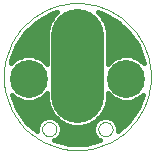
<source format=gbl>
G75*
%MOIN*%
%OFA0B0*%
%FSLAX24Y24*%
%IPPOS*%
%LPD*%
%AMOC8*
5,1,8,0,0,1.08239X$1,22.5*
%
%ADD10C,0.0000*%
%ADD11C,0.0010*%
%ADD12C,0.1266*%
%ADD13R,0.0318X0.0318*%
%ADD14C,0.1750*%
%ADD15C,0.0160*%
D10*
X001396Y001875D02*
X001398Y001905D01*
X001404Y001935D01*
X001413Y001964D01*
X001426Y001991D01*
X001443Y002016D01*
X001462Y002039D01*
X001485Y002060D01*
X001510Y002077D01*
X001536Y002091D01*
X001565Y002101D01*
X001594Y002108D01*
X001624Y002111D01*
X001655Y002110D01*
X001685Y002105D01*
X001714Y002096D01*
X001741Y002084D01*
X001767Y002069D01*
X001791Y002050D01*
X001812Y002028D01*
X001830Y002004D01*
X001845Y001977D01*
X001856Y001949D01*
X001864Y001920D01*
X001868Y001890D01*
X001868Y001860D01*
X001864Y001830D01*
X001856Y001801D01*
X001845Y001773D01*
X001830Y001746D01*
X001812Y001722D01*
X001791Y001700D01*
X001767Y001681D01*
X001741Y001666D01*
X001714Y001654D01*
X001685Y001645D01*
X001655Y001640D01*
X001624Y001639D01*
X001594Y001642D01*
X001565Y001649D01*
X001536Y001659D01*
X001510Y001673D01*
X001485Y001690D01*
X001462Y001711D01*
X001443Y001734D01*
X001426Y001759D01*
X001413Y001786D01*
X001404Y001815D01*
X001398Y001845D01*
X001396Y001875D01*
X003271Y001875D02*
X003273Y001905D01*
X003279Y001935D01*
X003288Y001964D01*
X003301Y001991D01*
X003318Y002016D01*
X003337Y002039D01*
X003360Y002060D01*
X003385Y002077D01*
X003411Y002091D01*
X003440Y002101D01*
X003469Y002108D01*
X003499Y002111D01*
X003530Y002110D01*
X003560Y002105D01*
X003589Y002096D01*
X003616Y002084D01*
X003642Y002069D01*
X003666Y002050D01*
X003687Y002028D01*
X003705Y002004D01*
X003720Y001977D01*
X003731Y001949D01*
X003739Y001920D01*
X003743Y001890D01*
X003743Y001860D01*
X003739Y001830D01*
X003731Y001801D01*
X003720Y001773D01*
X003705Y001746D01*
X003687Y001722D01*
X003666Y001700D01*
X003642Y001681D01*
X003616Y001666D01*
X003589Y001654D01*
X003560Y001645D01*
X003530Y001640D01*
X003499Y001639D01*
X003469Y001642D01*
X003440Y001649D01*
X003411Y001659D01*
X003385Y001673D01*
X003360Y001690D01*
X003337Y001711D01*
X003318Y001734D01*
X003301Y001759D01*
X003288Y001786D01*
X003279Y001815D01*
X003273Y001845D01*
X003271Y001875D01*
D11*
X000119Y003625D02*
X000121Y003724D01*
X000127Y003822D01*
X000137Y003920D01*
X000151Y004018D01*
X000169Y004115D01*
X000190Y004211D01*
X000216Y004307D01*
X000245Y004401D01*
X000278Y004494D01*
X000315Y004585D01*
X000356Y004675D01*
X000400Y004764D01*
X000447Y004850D01*
X000498Y004934D01*
X000553Y005017D01*
X000610Y005097D01*
X000671Y005174D01*
X000735Y005250D01*
X000802Y005322D01*
X000872Y005392D01*
X000944Y005459D01*
X001020Y005523D01*
X001097Y005584D01*
X001177Y005641D01*
X001260Y005696D01*
X001344Y005747D01*
X001430Y005794D01*
X001519Y005838D01*
X001609Y005879D01*
X001700Y005916D01*
X001793Y005949D01*
X001887Y005978D01*
X001983Y006004D01*
X002079Y006025D01*
X002176Y006043D01*
X002274Y006057D01*
X002372Y006067D01*
X002470Y006073D01*
X002569Y006075D01*
X002668Y006073D01*
X002766Y006067D01*
X002864Y006057D01*
X002962Y006043D01*
X003059Y006025D01*
X003155Y006004D01*
X003251Y005978D01*
X003345Y005949D01*
X003438Y005916D01*
X003529Y005879D01*
X003619Y005838D01*
X003708Y005794D01*
X003794Y005747D01*
X003878Y005696D01*
X003961Y005641D01*
X004041Y005584D01*
X004118Y005523D01*
X004194Y005459D01*
X004266Y005392D01*
X004336Y005322D01*
X004403Y005250D01*
X004467Y005174D01*
X004528Y005097D01*
X004585Y005017D01*
X004640Y004934D01*
X004691Y004850D01*
X004738Y004764D01*
X004782Y004675D01*
X004823Y004585D01*
X004860Y004494D01*
X004893Y004401D01*
X004922Y004307D01*
X004948Y004211D01*
X004969Y004115D01*
X004987Y004018D01*
X005001Y003920D01*
X005011Y003822D01*
X005017Y003724D01*
X005019Y003625D01*
X005017Y003526D01*
X005011Y003428D01*
X005001Y003330D01*
X004987Y003232D01*
X004969Y003135D01*
X004948Y003039D01*
X004922Y002943D01*
X004893Y002849D01*
X004860Y002756D01*
X004823Y002665D01*
X004782Y002575D01*
X004738Y002486D01*
X004691Y002400D01*
X004640Y002316D01*
X004585Y002233D01*
X004528Y002153D01*
X004467Y002076D01*
X004403Y002000D01*
X004336Y001928D01*
X004266Y001858D01*
X004194Y001791D01*
X004118Y001727D01*
X004041Y001666D01*
X003961Y001609D01*
X003878Y001554D01*
X003794Y001503D01*
X003708Y001456D01*
X003619Y001412D01*
X003529Y001371D01*
X003438Y001334D01*
X003345Y001301D01*
X003251Y001272D01*
X003155Y001246D01*
X003059Y001225D01*
X002962Y001207D01*
X002864Y001193D01*
X002766Y001183D01*
X002668Y001177D01*
X002569Y001175D01*
X002470Y001177D01*
X002372Y001183D01*
X002274Y001193D01*
X002176Y001207D01*
X002079Y001225D01*
X001983Y001246D01*
X001887Y001272D01*
X001793Y001301D01*
X001700Y001334D01*
X001609Y001371D01*
X001519Y001412D01*
X001430Y001456D01*
X001344Y001503D01*
X001260Y001554D01*
X001177Y001609D01*
X001097Y001666D01*
X001020Y001727D01*
X000944Y001791D01*
X000872Y001858D01*
X000802Y001928D01*
X000735Y002000D01*
X000671Y002076D01*
X000610Y002153D01*
X000553Y002233D01*
X000498Y002316D01*
X000447Y002400D01*
X000400Y002486D01*
X000356Y002575D01*
X000315Y002665D01*
X000278Y002756D01*
X000245Y002849D01*
X000216Y002943D01*
X000190Y003039D01*
X000169Y003135D01*
X000151Y003232D01*
X000137Y003330D01*
X000127Y003428D01*
X000121Y003526D01*
X000119Y003625D01*
D12*
X000944Y003562D03*
X004194Y003562D03*
D13*
X002668Y004409D03*
X002668Y004606D03*
X002668Y004803D03*
X002668Y005000D03*
X002668Y005197D03*
X002668Y005394D03*
X002668Y005590D03*
X002471Y005590D03*
X002471Y005394D03*
X002471Y005197D03*
X002471Y005000D03*
X002471Y004803D03*
X002471Y004606D03*
X002471Y004409D03*
D14*
X002569Y005025D02*
X002569Y002975D01*
D15*
X001216Y001820D02*
X000874Y002123D01*
X000564Y002572D01*
X000394Y003019D01*
X000507Y002907D01*
X000791Y002789D01*
X001098Y002789D01*
X001382Y002907D01*
X001554Y003079D01*
X001554Y002841D01*
X001624Y002583D01*
X001757Y002352D01*
X001946Y002163D01*
X002178Y002029D01*
X002436Y001960D01*
X002703Y001960D01*
X002961Y002029D01*
X003193Y002163D01*
X003382Y002352D01*
X003515Y002583D01*
X003584Y002841D01*
X003584Y003079D01*
X003757Y002907D01*
X004041Y002789D01*
X004348Y002789D01*
X004632Y002907D01*
X004745Y003019D01*
X004575Y002572D01*
X004265Y002123D01*
X003923Y001820D01*
X003923Y001958D01*
X003860Y002111D01*
X003743Y002228D01*
X003590Y002291D01*
X003424Y002291D01*
X003271Y002228D01*
X003154Y002111D01*
X003091Y001958D01*
X003091Y001792D01*
X003154Y001639D01*
X003271Y001522D01*
X003332Y001497D01*
X002843Y001376D01*
X002296Y001376D01*
X001807Y001497D01*
X001868Y001522D01*
X001985Y001639D01*
X002048Y001792D01*
X002048Y001958D01*
X001985Y002111D01*
X001868Y002228D01*
X001715Y002291D01*
X001549Y002291D01*
X001396Y002228D01*
X001279Y002111D01*
X001216Y001958D01*
X001216Y001820D01*
X001216Y001917D02*
X001106Y001917D01*
X001265Y002076D02*
X000927Y002076D01*
X000797Y002234D02*
X001412Y002234D01*
X001642Y002551D02*
X000578Y002551D01*
X000512Y002710D02*
X001590Y002710D01*
X001554Y002868D02*
X001289Y002868D01*
X001502Y003027D02*
X001554Y003027D01*
X001733Y002393D02*
X000688Y002393D01*
X000600Y002868D02*
X000452Y002868D01*
X000359Y004070D02*
X000370Y004167D01*
X000564Y004677D01*
X000874Y005127D01*
X001283Y005489D01*
X001766Y005743D01*
X001880Y005771D01*
X001757Y005648D01*
X001624Y005417D01*
X001554Y005158D01*
X001554Y004046D01*
X001382Y004218D01*
X001098Y004335D01*
X000791Y004335D01*
X000507Y004218D01*
X000359Y004070D01*
X000367Y004136D02*
X000425Y004136D01*
X000419Y004295D02*
X000693Y004295D01*
X000479Y004453D02*
X001554Y004453D01*
X001554Y004295D02*
X001196Y004295D01*
X001464Y004136D02*
X001554Y004136D01*
X001554Y004612D02*
X000539Y004612D01*
X000628Y004770D02*
X001554Y004770D01*
X001554Y004929D02*
X000737Y004929D01*
X000847Y005087D02*
X001554Y005087D01*
X001578Y005246D02*
X001008Y005246D01*
X001187Y005404D02*
X001620Y005404D01*
X001708Y005563D02*
X001424Y005563D01*
X001726Y005721D02*
X001831Y005721D01*
X003259Y005771D02*
X003373Y005743D01*
X003856Y005489D01*
X004265Y005127D01*
X004575Y004677D01*
X004769Y004167D01*
X004780Y004070D01*
X004632Y004218D01*
X004348Y004335D01*
X004041Y004335D01*
X003757Y004218D01*
X003584Y004046D01*
X003584Y005158D01*
X003515Y005417D01*
X003382Y005648D01*
X003259Y005771D01*
X003308Y005721D02*
X003413Y005721D01*
X003431Y005563D02*
X003715Y005563D01*
X003519Y005404D02*
X003952Y005404D01*
X004131Y005246D02*
X003561Y005246D01*
X003584Y005087D02*
X004292Y005087D01*
X004402Y004929D02*
X003584Y004929D01*
X003584Y004770D02*
X004511Y004770D01*
X004600Y004612D02*
X003584Y004612D01*
X003584Y004453D02*
X004660Y004453D01*
X004720Y004295D02*
X004446Y004295D01*
X004714Y004136D02*
X004772Y004136D01*
X003943Y004295D02*
X003584Y004295D01*
X003584Y004136D02*
X003675Y004136D01*
X003637Y003027D02*
X003584Y003027D01*
X003584Y002868D02*
X003850Y002868D01*
X003549Y002710D02*
X004627Y002710D01*
X004687Y002868D02*
X004539Y002868D01*
X004561Y002551D02*
X003497Y002551D01*
X003405Y002393D02*
X004451Y002393D01*
X004342Y002234D02*
X003727Y002234D01*
X003874Y002076D02*
X004212Y002076D01*
X004033Y001917D02*
X003923Y001917D01*
X003287Y002234D02*
X003264Y002234D01*
X003140Y002076D02*
X003042Y002076D01*
X003091Y001917D02*
X002048Y001917D01*
X001999Y002076D02*
X002097Y002076D01*
X001875Y002234D02*
X001852Y002234D01*
X002034Y001759D02*
X003105Y001759D01*
X003193Y001600D02*
X001946Y001600D01*
X002031Y001442D02*
X003108Y001442D01*
M02*

</source>
